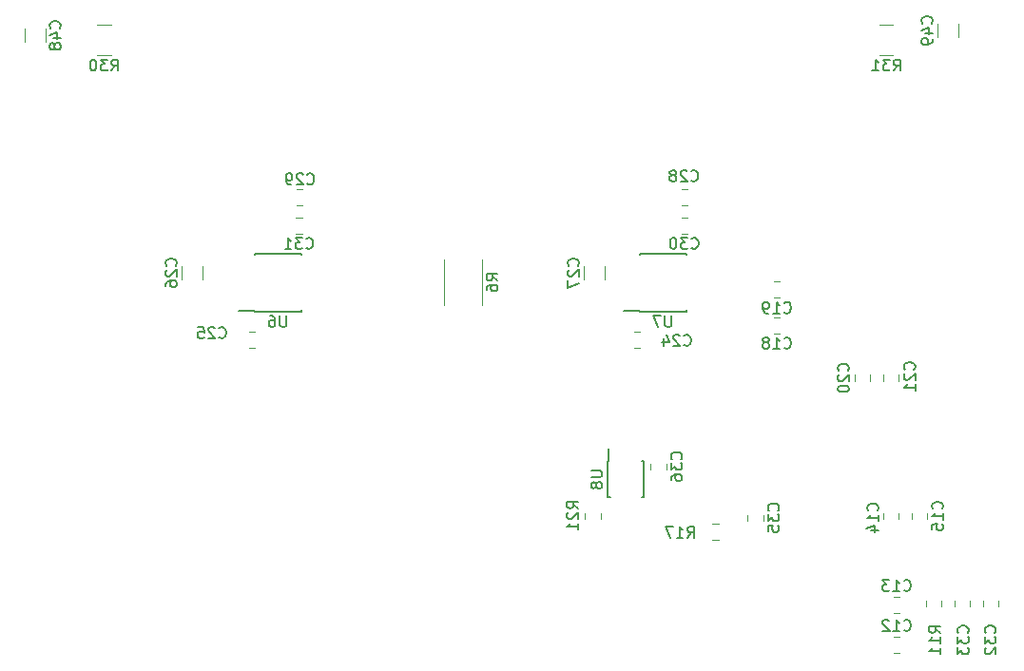
<source format=gbr>
G04 #@! TF.GenerationSoftware,KiCad,Pcbnew,5.0.2+dfsg1-1*
G04 #@! TF.CreationDate,2019-07-14T15:39:51+02:00*
G04 #@! TF.ProjectId,classD,636c6173-7344-42e6-9b69-6361645f7063,1.0*
G04 #@! TF.SameCoordinates,Original*
G04 #@! TF.FileFunction,Legend,Bot*
G04 #@! TF.FilePolarity,Positive*
%FSLAX46Y46*%
G04 Gerber Fmt 4.6, Leading zero omitted, Abs format (unit mm)*
G04 Created by KiCad (PCBNEW 5.0.2+dfsg1-1) date So 14 Jul 2019 15:39:51 CEST*
%MOMM*%
%LPD*%
G01*
G04 APERTURE LIST*
%ADD10C,0.120000*%
%ADD11C,0.150000*%
G04 APERTURE END LIST*
D10*
G04 #@! TO.C,C12*
X216669252Y-101548000D02*
X216146748Y-101548000D01*
X216669252Y-100128000D02*
X216146748Y-100128000D01*
G04 #@! TO.C,C13*
X216660252Y-96572000D02*
X216137748Y-96572000D01*
X216660252Y-97992000D02*
X216137748Y-97992000D01*
G04 #@! TO.C,C14*
X215190000Y-89669252D02*
X215190000Y-89146748D01*
X216610000Y-89669252D02*
X216610000Y-89146748D01*
G04 #@! TO.C,C15*
X219150000Y-89660252D02*
X219150000Y-89137748D01*
X217730000Y-89660252D02*
X217730000Y-89137748D01*
G04 #@! TO.C,C18*
X205478748Y-71680000D02*
X206001252Y-71680000D01*
X205478748Y-73100000D02*
X206001252Y-73100000D01*
G04 #@! TO.C,C19*
X205478748Y-69925000D02*
X206001252Y-69925000D01*
X205478748Y-68505000D02*
X206001252Y-68505000D01*
G04 #@! TO.C,C20*
X214070000Y-76818748D02*
X214070000Y-77341252D01*
X212650000Y-76818748D02*
X212650000Y-77341252D01*
G04 #@! TO.C,C21*
X216610000Y-76818748D02*
X216610000Y-77341252D01*
X215190000Y-76818748D02*
X215190000Y-77341252D01*
G04 #@! TO.C,C24*
X193023748Y-72950000D02*
X193546252Y-72950000D01*
X193023748Y-74370000D02*
X193546252Y-74370000D01*
G04 #@! TO.C,C25*
X158733748Y-74370000D02*
X159256252Y-74370000D01*
X158733748Y-72950000D02*
X159256252Y-72950000D01*
G04 #@! TO.C,C26*
X154580000Y-67125436D02*
X154580000Y-68329564D01*
X152760000Y-67125436D02*
X152760000Y-68329564D01*
G04 #@! TO.C,C27*
X188574000Y-67125436D02*
X188574000Y-68329564D01*
X190394000Y-67125436D02*
X190394000Y-68329564D01*
G04 #@! TO.C,C28*
X197223748Y-61670000D02*
X197746252Y-61670000D01*
X197223748Y-60250000D02*
X197746252Y-60250000D01*
G04 #@! TO.C,C29*
X162933748Y-60250000D02*
X163456252Y-60250000D01*
X162933748Y-61670000D02*
X163456252Y-61670000D01*
G04 #@! TO.C,C30*
X197223748Y-62790000D02*
X197746252Y-62790000D01*
X197223748Y-64210000D02*
X197746252Y-64210000D01*
G04 #@! TO.C,C31*
X162924748Y-64210000D02*
X163447252Y-64210000D01*
X162924748Y-62790000D02*
X163447252Y-62790000D01*
G04 #@! TO.C,C32*
X224080000Y-96893748D02*
X224080000Y-97416252D01*
X225500000Y-96893748D02*
X225500000Y-97416252D01*
G04 #@! TO.C,C33*
X221540000Y-97416252D02*
X221540000Y-96893748D01*
X222960000Y-97416252D02*
X222960000Y-96893748D01*
G04 #@! TO.C,C35*
X204545000Y-89796252D02*
X204545000Y-89273748D01*
X203125000Y-89796252D02*
X203125000Y-89273748D01*
G04 #@! TO.C,C36*
X195909000Y-85233252D02*
X195909000Y-84710748D01*
X194489000Y-85233252D02*
X194489000Y-84710748D01*
G04 #@! TO.C,C48*
X138790000Y-47174564D02*
X138790000Y-45970436D01*
X140610000Y-47174564D02*
X140610000Y-45970436D01*
G04 #@! TO.C,C49*
X220070000Y-45535436D02*
X220070000Y-46739564D01*
X221890000Y-45535436D02*
X221890000Y-46739564D01*
G04 #@! TO.C,R6*
X179510000Y-70632064D02*
X179510000Y-66527936D01*
X176090000Y-70632064D02*
X176090000Y-66527936D01*
G04 #@! TO.C,R11*
X219000000Y-97416252D02*
X219000000Y-96893748D01*
X220420000Y-97416252D02*
X220420000Y-96893748D01*
G04 #@! TO.C,R17*
X200008748Y-90095000D02*
X200531252Y-90095000D01*
X200008748Y-91515000D02*
X200531252Y-91515000D01*
G04 #@! TO.C,R21*
X188647000Y-89669252D02*
X188647000Y-89146748D01*
X190067000Y-89669252D02*
X190067000Y-89146748D01*
G04 #@! TO.C,R30*
X145230436Y-48350000D02*
X146434564Y-48350000D01*
X145230436Y-45630000D02*
X146434564Y-45630000D01*
G04 #@! TO.C,R31*
X214880436Y-45630000D02*
X216084564Y-45630000D01*
X214880436Y-48350000D02*
X216084564Y-48350000D01*
D11*
G04 #@! TO.C,U6*
X159215000Y-71105000D02*
X157815000Y-71105000D01*
X159215000Y-66005000D02*
X163365000Y-66005000D01*
X159215000Y-71155000D02*
X163365000Y-71155000D01*
X159215000Y-66005000D02*
X159215000Y-66150000D01*
X163365000Y-66005000D02*
X163365000Y-66150000D01*
X163365000Y-71155000D02*
X163365000Y-71010000D01*
X159215000Y-71155000D02*
X159215000Y-71105000D01*
G04 #@! TO.C,U7*
X193505000Y-71155000D02*
X193505000Y-71105000D01*
X197655000Y-71155000D02*
X197655000Y-71010000D01*
X197655000Y-66005000D02*
X197655000Y-66150000D01*
X193505000Y-66005000D02*
X193505000Y-66150000D01*
X193505000Y-71155000D02*
X197655000Y-71155000D01*
X193505000Y-66005000D02*
X197655000Y-66005000D01*
X193505000Y-71105000D02*
X192105000Y-71105000D01*
G04 #@! TO.C,U8*
X190653000Y-84481000D02*
X190778000Y-84481000D01*
X190653000Y-87731000D02*
X190878000Y-87731000D01*
X193903000Y-87731000D02*
X193678000Y-87731000D01*
X193903000Y-84481000D02*
X193678000Y-84481000D01*
X190653000Y-84481000D02*
X190653000Y-87731000D01*
X193903000Y-84481000D02*
X193903000Y-87731000D01*
X190778000Y-84481000D02*
X190778000Y-83406000D01*
G04 #@! TO.C,C12*
X217050857Y-99545142D02*
X217098476Y-99592761D01*
X217241333Y-99640380D01*
X217336571Y-99640380D01*
X217479428Y-99592761D01*
X217574666Y-99497523D01*
X217622285Y-99402285D01*
X217669904Y-99211809D01*
X217669904Y-99068952D01*
X217622285Y-98878476D01*
X217574666Y-98783238D01*
X217479428Y-98688000D01*
X217336571Y-98640380D01*
X217241333Y-98640380D01*
X217098476Y-98688000D01*
X217050857Y-98735619D01*
X216098476Y-99640380D02*
X216669904Y-99640380D01*
X216384190Y-99640380D02*
X216384190Y-98640380D01*
X216479428Y-98783238D01*
X216574666Y-98878476D01*
X216669904Y-98926095D01*
X215717523Y-98735619D02*
X215669904Y-98688000D01*
X215574666Y-98640380D01*
X215336571Y-98640380D01*
X215241333Y-98688000D01*
X215193714Y-98735619D01*
X215146095Y-98830857D01*
X215146095Y-98926095D01*
X215193714Y-99068952D01*
X215765142Y-99640380D01*
X215146095Y-99640380D01*
G04 #@! TO.C,C13*
X217041857Y-95989142D02*
X217089476Y-96036761D01*
X217232333Y-96084380D01*
X217327571Y-96084380D01*
X217470428Y-96036761D01*
X217565666Y-95941523D01*
X217613285Y-95846285D01*
X217660904Y-95655809D01*
X217660904Y-95512952D01*
X217613285Y-95322476D01*
X217565666Y-95227238D01*
X217470428Y-95132000D01*
X217327571Y-95084380D01*
X217232333Y-95084380D01*
X217089476Y-95132000D01*
X217041857Y-95179619D01*
X216089476Y-96084380D02*
X216660904Y-96084380D01*
X216375190Y-96084380D02*
X216375190Y-95084380D01*
X216470428Y-95227238D01*
X216565666Y-95322476D01*
X216660904Y-95370095D01*
X215756142Y-95084380D02*
X215137095Y-95084380D01*
X215470428Y-95465333D01*
X215327571Y-95465333D01*
X215232333Y-95512952D01*
X215184714Y-95560571D01*
X215137095Y-95655809D01*
X215137095Y-95893904D01*
X215184714Y-95989142D01*
X215232333Y-96036761D01*
X215327571Y-96084380D01*
X215613285Y-96084380D01*
X215708523Y-96036761D01*
X215756142Y-95989142D01*
G04 #@! TO.C,C14*
X214682342Y-88892142D02*
X214729961Y-88844523D01*
X214777580Y-88701666D01*
X214777580Y-88606428D01*
X214729961Y-88463571D01*
X214634723Y-88368333D01*
X214539485Y-88320714D01*
X214349009Y-88273095D01*
X214206152Y-88273095D01*
X214015676Y-88320714D01*
X213920438Y-88368333D01*
X213825200Y-88463571D01*
X213777580Y-88606428D01*
X213777580Y-88701666D01*
X213825200Y-88844523D01*
X213872819Y-88892142D01*
X214777580Y-89844523D02*
X214777580Y-89273095D01*
X214777580Y-89558809D02*
X213777580Y-89558809D01*
X213920438Y-89463571D01*
X214015676Y-89368333D01*
X214063295Y-89273095D01*
X214110914Y-90701666D02*
X214777580Y-90701666D01*
X213729961Y-90463571D02*
X214444247Y-90225476D01*
X214444247Y-90844523D01*
G04 #@! TO.C,C15*
X220447142Y-88756142D02*
X220494761Y-88708523D01*
X220542380Y-88565666D01*
X220542380Y-88470428D01*
X220494761Y-88327571D01*
X220399523Y-88232333D01*
X220304285Y-88184714D01*
X220113809Y-88137095D01*
X219970952Y-88137095D01*
X219780476Y-88184714D01*
X219685238Y-88232333D01*
X219590000Y-88327571D01*
X219542380Y-88470428D01*
X219542380Y-88565666D01*
X219590000Y-88708523D01*
X219637619Y-88756142D01*
X220542380Y-89708523D02*
X220542380Y-89137095D01*
X220542380Y-89422809D02*
X219542380Y-89422809D01*
X219685238Y-89327571D01*
X219780476Y-89232333D01*
X219828095Y-89137095D01*
X219542380Y-90613285D02*
X219542380Y-90137095D01*
X220018571Y-90089476D01*
X219970952Y-90137095D01*
X219923333Y-90232333D01*
X219923333Y-90470428D01*
X219970952Y-90565666D01*
X220018571Y-90613285D01*
X220113809Y-90660904D01*
X220351904Y-90660904D01*
X220447142Y-90613285D01*
X220494761Y-90565666D01*
X220542380Y-90470428D01*
X220542380Y-90232333D01*
X220494761Y-90137095D01*
X220447142Y-90089476D01*
G04 #@! TO.C,C18*
X206382857Y-74397142D02*
X206430476Y-74444761D01*
X206573333Y-74492380D01*
X206668571Y-74492380D01*
X206811428Y-74444761D01*
X206906666Y-74349523D01*
X206954285Y-74254285D01*
X207001904Y-74063809D01*
X207001904Y-73920952D01*
X206954285Y-73730476D01*
X206906666Y-73635238D01*
X206811428Y-73540000D01*
X206668571Y-73492380D01*
X206573333Y-73492380D01*
X206430476Y-73540000D01*
X206382857Y-73587619D01*
X205430476Y-74492380D02*
X206001904Y-74492380D01*
X205716190Y-74492380D02*
X205716190Y-73492380D01*
X205811428Y-73635238D01*
X205906666Y-73730476D01*
X206001904Y-73778095D01*
X204859047Y-73920952D02*
X204954285Y-73873333D01*
X205001904Y-73825714D01*
X205049523Y-73730476D01*
X205049523Y-73682857D01*
X205001904Y-73587619D01*
X204954285Y-73540000D01*
X204859047Y-73492380D01*
X204668571Y-73492380D01*
X204573333Y-73540000D01*
X204525714Y-73587619D01*
X204478095Y-73682857D01*
X204478095Y-73730476D01*
X204525714Y-73825714D01*
X204573333Y-73873333D01*
X204668571Y-73920952D01*
X204859047Y-73920952D01*
X204954285Y-73968571D01*
X205001904Y-74016190D01*
X205049523Y-74111428D01*
X205049523Y-74301904D01*
X205001904Y-74397142D01*
X204954285Y-74444761D01*
X204859047Y-74492380D01*
X204668571Y-74492380D01*
X204573333Y-74444761D01*
X204525714Y-74397142D01*
X204478095Y-74301904D01*
X204478095Y-74111428D01*
X204525714Y-74016190D01*
X204573333Y-73968571D01*
X204668571Y-73920952D01*
G04 #@! TO.C,C19*
X206382857Y-71222142D02*
X206430476Y-71269761D01*
X206573333Y-71317380D01*
X206668571Y-71317380D01*
X206811428Y-71269761D01*
X206906666Y-71174523D01*
X206954285Y-71079285D01*
X207001904Y-70888809D01*
X207001904Y-70745952D01*
X206954285Y-70555476D01*
X206906666Y-70460238D01*
X206811428Y-70365000D01*
X206668571Y-70317380D01*
X206573333Y-70317380D01*
X206430476Y-70365000D01*
X206382857Y-70412619D01*
X205430476Y-71317380D02*
X206001904Y-71317380D01*
X205716190Y-71317380D02*
X205716190Y-70317380D01*
X205811428Y-70460238D01*
X205906666Y-70555476D01*
X206001904Y-70603095D01*
X204954285Y-71317380D02*
X204763809Y-71317380D01*
X204668571Y-71269761D01*
X204620952Y-71222142D01*
X204525714Y-71079285D01*
X204478095Y-70888809D01*
X204478095Y-70507857D01*
X204525714Y-70412619D01*
X204573333Y-70365000D01*
X204668571Y-70317380D01*
X204859047Y-70317380D01*
X204954285Y-70365000D01*
X205001904Y-70412619D01*
X205049523Y-70507857D01*
X205049523Y-70745952D01*
X205001904Y-70841190D01*
X204954285Y-70888809D01*
X204859047Y-70936428D01*
X204668571Y-70936428D01*
X204573333Y-70888809D01*
X204525714Y-70841190D01*
X204478095Y-70745952D01*
G04 #@! TO.C,C20*
X212067142Y-76437142D02*
X212114761Y-76389523D01*
X212162380Y-76246666D01*
X212162380Y-76151428D01*
X212114761Y-76008571D01*
X212019523Y-75913333D01*
X211924285Y-75865714D01*
X211733809Y-75818095D01*
X211590952Y-75818095D01*
X211400476Y-75865714D01*
X211305238Y-75913333D01*
X211210000Y-76008571D01*
X211162380Y-76151428D01*
X211162380Y-76246666D01*
X211210000Y-76389523D01*
X211257619Y-76437142D01*
X211257619Y-76818095D02*
X211210000Y-76865714D01*
X211162380Y-76960952D01*
X211162380Y-77199047D01*
X211210000Y-77294285D01*
X211257619Y-77341904D01*
X211352857Y-77389523D01*
X211448095Y-77389523D01*
X211590952Y-77341904D01*
X212162380Y-76770476D01*
X212162380Y-77389523D01*
X211162380Y-78008571D02*
X211162380Y-78103809D01*
X211210000Y-78199047D01*
X211257619Y-78246666D01*
X211352857Y-78294285D01*
X211543333Y-78341904D01*
X211781428Y-78341904D01*
X211971904Y-78294285D01*
X212067142Y-78246666D01*
X212114761Y-78199047D01*
X212162380Y-78103809D01*
X212162380Y-78008571D01*
X212114761Y-77913333D01*
X212067142Y-77865714D01*
X211971904Y-77818095D01*
X211781428Y-77770476D01*
X211543333Y-77770476D01*
X211352857Y-77818095D01*
X211257619Y-77865714D01*
X211210000Y-77913333D01*
X211162380Y-78008571D01*
G04 #@! TO.C,C21*
X217958942Y-76319142D02*
X218006561Y-76271523D01*
X218054180Y-76128666D01*
X218054180Y-76033428D01*
X218006561Y-75890571D01*
X217911323Y-75795333D01*
X217816085Y-75747714D01*
X217625609Y-75700095D01*
X217482752Y-75700095D01*
X217292276Y-75747714D01*
X217197038Y-75795333D01*
X217101800Y-75890571D01*
X217054180Y-76033428D01*
X217054180Y-76128666D01*
X217101800Y-76271523D01*
X217149419Y-76319142D01*
X217149419Y-76700095D02*
X217101800Y-76747714D01*
X217054180Y-76842952D01*
X217054180Y-77081047D01*
X217101800Y-77176285D01*
X217149419Y-77223904D01*
X217244657Y-77271523D01*
X217339895Y-77271523D01*
X217482752Y-77223904D01*
X218054180Y-76652476D01*
X218054180Y-77271523D01*
X218054180Y-78223904D02*
X218054180Y-77652476D01*
X218054180Y-77938190D02*
X217054180Y-77938190D01*
X217197038Y-77842952D01*
X217292276Y-77747714D01*
X217339895Y-77652476D01*
G04 #@! TO.C,C24*
X197467457Y-74144142D02*
X197515076Y-74191761D01*
X197657933Y-74239380D01*
X197753171Y-74239380D01*
X197896028Y-74191761D01*
X197991266Y-74096523D01*
X198038885Y-74001285D01*
X198086504Y-73810809D01*
X198086504Y-73667952D01*
X198038885Y-73477476D01*
X197991266Y-73382238D01*
X197896028Y-73287000D01*
X197753171Y-73239380D01*
X197657933Y-73239380D01*
X197515076Y-73287000D01*
X197467457Y-73334619D01*
X197086504Y-73334619D02*
X197038885Y-73287000D01*
X196943647Y-73239380D01*
X196705552Y-73239380D01*
X196610314Y-73287000D01*
X196562695Y-73334619D01*
X196515076Y-73429857D01*
X196515076Y-73525095D01*
X196562695Y-73667952D01*
X197134123Y-74239380D01*
X196515076Y-74239380D01*
X195657933Y-73572714D02*
X195657933Y-74239380D01*
X195896028Y-73191761D02*
X196134123Y-73906047D01*
X195515076Y-73906047D01*
G04 #@! TO.C,C25*
X156065457Y-73458342D02*
X156113076Y-73505961D01*
X156255933Y-73553580D01*
X156351171Y-73553580D01*
X156494028Y-73505961D01*
X156589266Y-73410723D01*
X156636885Y-73315485D01*
X156684504Y-73125009D01*
X156684504Y-72982152D01*
X156636885Y-72791676D01*
X156589266Y-72696438D01*
X156494028Y-72601200D01*
X156351171Y-72553580D01*
X156255933Y-72553580D01*
X156113076Y-72601200D01*
X156065457Y-72648819D01*
X155684504Y-72648819D02*
X155636885Y-72601200D01*
X155541647Y-72553580D01*
X155303552Y-72553580D01*
X155208314Y-72601200D01*
X155160695Y-72648819D01*
X155113076Y-72744057D01*
X155113076Y-72839295D01*
X155160695Y-72982152D01*
X155732123Y-73553580D01*
X155113076Y-73553580D01*
X154208314Y-72553580D02*
X154684504Y-72553580D01*
X154732123Y-73029771D01*
X154684504Y-72982152D01*
X154589266Y-72934533D01*
X154351171Y-72934533D01*
X154255933Y-72982152D01*
X154208314Y-73029771D01*
X154160695Y-73125009D01*
X154160695Y-73363104D01*
X154208314Y-73458342D01*
X154255933Y-73505961D01*
X154351171Y-73553580D01*
X154589266Y-73553580D01*
X154684504Y-73505961D01*
X154732123Y-73458342D01*
G04 #@! TO.C,C26*
X152207142Y-67084642D02*
X152254761Y-67037023D01*
X152302380Y-66894166D01*
X152302380Y-66798928D01*
X152254761Y-66656071D01*
X152159523Y-66560833D01*
X152064285Y-66513214D01*
X151873809Y-66465595D01*
X151730952Y-66465595D01*
X151540476Y-66513214D01*
X151445238Y-66560833D01*
X151350000Y-66656071D01*
X151302380Y-66798928D01*
X151302380Y-66894166D01*
X151350000Y-67037023D01*
X151397619Y-67084642D01*
X151397619Y-67465595D02*
X151350000Y-67513214D01*
X151302380Y-67608452D01*
X151302380Y-67846547D01*
X151350000Y-67941785D01*
X151397619Y-67989404D01*
X151492857Y-68037023D01*
X151588095Y-68037023D01*
X151730952Y-67989404D01*
X152302380Y-67417976D01*
X152302380Y-68037023D01*
X151302380Y-68894166D02*
X151302380Y-68703690D01*
X151350000Y-68608452D01*
X151397619Y-68560833D01*
X151540476Y-68465595D01*
X151730952Y-68417976D01*
X152111904Y-68417976D01*
X152207142Y-68465595D01*
X152254761Y-68513214D01*
X152302380Y-68608452D01*
X152302380Y-68798928D01*
X152254761Y-68894166D01*
X152207142Y-68941785D01*
X152111904Y-68989404D01*
X151873809Y-68989404D01*
X151778571Y-68941785D01*
X151730952Y-68894166D01*
X151683333Y-68798928D01*
X151683333Y-68608452D01*
X151730952Y-68513214D01*
X151778571Y-68465595D01*
X151873809Y-68417976D01*
G04 #@! TO.C,C27*
X188021142Y-67084642D02*
X188068761Y-67037023D01*
X188116380Y-66894166D01*
X188116380Y-66798928D01*
X188068761Y-66656071D01*
X187973523Y-66560833D01*
X187878285Y-66513214D01*
X187687809Y-66465595D01*
X187544952Y-66465595D01*
X187354476Y-66513214D01*
X187259238Y-66560833D01*
X187164000Y-66656071D01*
X187116380Y-66798928D01*
X187116380Y-66894166D01*
X187164000Y-67037023D01*
X187211619Y-67084642D01*
X187211619Y-67465595D02*
X187164000Y-67513214D01*
X187116380Y-67608452D01*
X187116380Y-67846547D01*
X187164000Y-67941785D01*
X187211619Y-67989404D01*
X187306857Y-68037023D01*
X187402095Y-68037023D01*
X187544952Y-67989404D01*
X188116380Y-67417976D01*
X188116380Y-68037023D01*
X187116380Y-68370357D02*
X187116380Y-69037023D01*
X188116380Y-68608452D01*
G04 #@! TO.C,C28*
X198102457Y-59488342D02*
X198150076Y-59535961D01*
X198292933Y-59583580D01*
X198388171Y-59583580D01*
X198531028Y-59535961D01*
X198626266Y-59440723D01*
X198673885Y-59345485D01*
X198721504Y-59155009D01*
X198721504Y-59012152D01*
X198673885Y-58821676D01*
X198626266Y-58726438D01*
X198531028Y-58631200D01*
X198388171Y-58583580D01*
X198292933Y-58583580D01*
X198150076Y-58631200D01*
X198102457Y-58678819D01*
X197721504Y-58678819D02*
X197673885Y-58631200D01*
X197578647Y-58583580D01*
X197340552Y-58583580D01*
X197245314Y-58631200D01*
X197197695Y-58678819D01*
X197150076Y-58774057D01*
X197150076Y-58869295D01*
X197197695Y-59012152D01*
X197769123Y-59583580D01*
X197150076Y-59583580D01*
X196578647Y-59012152D02*
X196673885Y-58964533D01*
X196721504Y-58916914D01*
X196769123Y-58821676D01*
X196769123Y-58774057D01*
X196721504Y-58678819D01*
X196673885Y-58631200D01*
X196578647Y-58583580D01*
X196388171Y-58583580D01*
X196292933Y-58631200D01*
X196245314Y-58678819D01*
X196197695Y-58774057D01*
X196197695Y-58821676D01*
X196245314Y-58916914D01*
X196292933Y-58964533D01*
X196388171Y-59012152D01*
X196578647Y-59012152D01*
X196673885Y-59059771D01*
X196721504Y-59107390D01*
X196769123Y-59202628D01*
X196769123Y-59393104D01*
X196721504Y-59488342D01*
X196673885Y-59535961D01*
X196578647Y-59583580D01*
X196388171Y-59583580D01*
X196292933Y-59535961D01*
X196245314Y-59488342D01*
X196197695Y-59393104D01*
X196197695Y-59202628D01*
X196245314Y-59107390D01*
X196292933Y-59059771D01*
X196388171Y-59012152D01*
G04 #@! TO.C,C29*
X163914057Y-59767742D02*
X163961676Y-59815361D01*
X164104533Y-59862980D01*
X164199771Y-59862980D01*
X164342628Y-59815361D01*
X164437866Y-59720123D01*
X164485485Y-59624885D01*
X164533104Y-59434409D01*
X164533104Y-59291552D01*
X164485485Y-59101076D01*
X164437866Y-59005838D01*
X164342628Y-58910600D01*
X164199771Y-58862980D01*
X164104533Y-58862980D01*
X163961676Y-58910600D01*
X163914057Y-58958219D01*
X163533104Y-58958219D02*
X163485485Y-58910600D01*
X163390247Y-58862980D01*
X163152152Y-58862980D01*
X163056914Y-58910600D01*
X163009295Y-58958219D01*
X162961676Y-59053457D01*
X162961676Y-59148695D01*
X163009295Y-59291552D01*
X163580723Y-59862980D01*
X162961676Y-59862980D01*
X162485485Y-59862980D02*
X162295009Y-59862980D01*
X162199771Y-59815361D01*
X162152152Y-59767742D01*
X162056914Y-59624885D01*
X162009295Y-59434409D01*
X162009295Y-59053457D01*
X162056914Y-58958219D01*
X162104533Y-58910600D01*
X162199771Y-58862980D01*
X162390247Y-58862980D01*
X162485485Y-58910600D01*
X162533104Y-58958219D01*
X162580723Y-59053457D01*
X162580723Y-59291552D01*
X162533104Y-59386790D01*
X162485485Y-59434409D01*
X162390247Y-59482028D01*
X162199771Y-59482028D01*
X162104533Y-59434409D01*
X162056914Y-59386790D01*
X162009295Y-59291552D01*
G04 #@! TO.C,C30*
X198127857Y-65507142D02*
X198175476Y-65554761D01*
X198318333Y-65602380D01*
X198413571Y-65602380D01*
X198556428Y-65554761D01*
X198651666Y-65459523D01*
X198699285Y-65364285D01*
X198746904Y-65173809D01*
X198746904Y-65030952D01*
X198699285Y-64840476D01*
X198651666Y-64745238D01*
X198556428Y-64650000D01*
X198413571Y-64602380D01*
X198318333Y-64602380D01*
X198175476Y-64650000D01*
X198127857Y-64697619D01*
X197794523Y-64602380D02*
X197175476Y-64602380D01*
X197508809Y-64983333D01*
X197365952Y-64983333D01*
X197270714Y-65030952D01*
X197223095Y-65078571D01*
X197175476Y-65173809D01*
X197175476Y-65411904D01*
X197223095Y-65507142D01*
X197270714Y-65554761D01*
X197365952Y-65602380D01*
X197651666Y-65602380D01*
X197746904Y-65554761D01*
X197794523Y-65507142D01*
X196556428Y-64602380D02*
X196461190Y-64602380D01*
X196365952Y-64650000D01*
X196318333Y-64697619D01*
X196270714Y-64792857D01*
X196223095Y-64983333D01*
X196223095Y-65221428D01*
X196270714Y-65411904D01*
X196318333Y-65507142D01*
X196365952Y-65554761D01*
X196461190Y-65602380D01*
X196556428Y-65602380D01*
X196651666Y-65554761D01*
X196699285Y-65507142D01*
X196746904Y-65411904D01*
X196794523Y-65221428D01*
X196794523Y-64983333D01*
X196746904Y-64792857D01*
X196699285Y-64697619D01*
X196651666Y-64650000D01*
X196556428Y-64602380D01*
G04 #@! TO.C,C31*
X163828857Y-65507142D02*
X163876476Y-65554761D01*
X164019333Y-65602380D01*
X164114571Y-65602380D01*
X164257428Y-65554761D01*
X164352666Y-65459523D01*
X164400285Y-65364285D01*
X164447904Y-65173809D01*
X164447904Y-65030952D01*
X164400285Y-64840476D01*
X164352666Y-64745238D01*
X164257428Y-64650000D01*
X164114571Y-64602380D01*
X164019333Y-64602380D01*
X163876476Y-64650000D01*
X163828857Y-64697619D01*
X163495523Y-64602380D02*
X162876476Y-64602380D01*
X163209809Y-64983333D01*
X163066952Y-64983333D01*
X162971714Y-65030952D01*
X162924095Y-65078571D01*
X162876476Y-65173809D01*
X162876476Y-65411904D01*
X162924095Y-65507142D01*
X162971714Y-65554761D01*
X163066952Y-65602380D01*
X163352666Y-65602380D01*
X163447904Y-65554761D01*
X163495523Y-65507142D01*
X161924095Y-65602380D02*
X162495523Y-65602380D01*
X162209809Y-65602380D02*
X162209809Y-64602380D01*
X162305047Y-64745238D01*
X162400285Y-64840476D01*
X162495523Y-64888095D01*
G04 #@! TO.C,C32*
X225147142Y-99788742D02*
X225194761Y-99741123D01*
X225242380Y-99598266D01*
X225242380Y-99503028D01*
X225194761Y-99360171D01*
X225099523Y-99264933D01*
X225004285Y-99217314D01*
X224813809Y-99169695D01*
X224670952Y-99169695D01*
X224480476Y-99217314D01*
X224385238Y-99264933D01*
X224290000Y-99360171D01*
X224242380Y-99503028D01*
X224242380Y-99598266D01*
X224290000Y-99741123D01*
X224337619Y-99788742D01*
X224242380Y-100122076D02*
X224242380Y-100741123D01*
X224623333Y-100407790D01*
X224623333Y-100550647D01*
X224670952Y-100645885D01*
X224718571Y-100693504D01*
X224813809Y-100741123D01*
X225051904Y-100741123D01*
X225147142Y-100693504D01*
X225194761Y-100645885D01*
X225242380Y-100550647D01*
X225242380Y-100264933D01*
X225194761Y-100169695D01*
X225147142Y-100122076D01*
X224337619Y-101122076D02*
X224290000Y-101169695D01*
X224242380Y-101264933D01*
X224242380Y-101503028D01*
X224290000Y-101598266D01*
X224337619Y-101645885D01*
X224432857Y-101693504D01*
X224528095Y-101693504D01*
X224670952Y-101645885D01*
X225242380Y-101074457D01*
X225242380Y-101693504D01*
G04 #@! TO.C,C33*
X222708742Y-99788742D02*
X222756361Y-99741123D01*
X222803980Y-99598266D01*
X222803980Y-99503028D01*
X222756361Y-99360171D01*
X222661123Y-99264933D01*
X222565885Y-99217314D01*
X222375409Y-99169695D01*
X222232552Y-99169695D01*
X222042076Y-99217314D01*
X221946838Y-99264933D01*
X221851600Y-99360171D01*
X221803980Y-99503028D01*
X221803980Y-99598266D01*
X221851600Y-99741123D01*
X221899219Y-99788742D01*
X221803980Y-100122076D02*
X221803980Y-100741123D01*
X222184933Y-100407790D01*
X222184933Y-100550647D01*
X222232552Y-100645885D01*
X222280171Y-100693504D01*
X222375409Y-100741123D01*
X222613504Y-100741123D01*
X222708742Y-100693504D01*
X222756361Y-100645885D01*
X222803980Y-100550647D01*
X222803980Y-100264933D01*
X222756361Y-100169695D01*
X222708742Y-100122076D01*
X221803980Y-101074457D02*
X221803980Y-101693504D01*
X222184933Y-101360171D01*
X222184933Y-101503028D01*
X222232552Y-101598266D01*
X222280171Y-101645885D01*
X222375409Y-101693504D01*
X222613504Y-101693504D01*
X222708742Y-101645885D01*
X222756361Y-101598266D01*
X222803980Y-101503028D01*
X222803980Y-101217314D01*
X222756361Y-101122076D01*
X222708742Y-101074457D01*
G04 #@! TO.C,C35*
X205842142Y-88892142D02*
X205889761Y-88844523D01*
X205937380Y-88701666D01*
X205937380Y-88606428D01*
X205889761Y-88463571D01*
X205794523Y-88368333D01*
X205699285Y-88320714D01*
X205508809Y-88273095D01*
X205365952Y-88273095D01*
X205175476Y-88320714D01*
X205080238Y-88368333D01*
X204985000Y-88463571D01*
X204937380Y-88606428D01*
X204937380Y-88701666D01*
X204985000Y-88844523D01*
X205032619Y-88892142D01*
X204937380Y-89225476D02*
X204937380Y-89844523D01*
X205318333Y-89511190D01*
X205318333Y-89654047D01*
X205365952Y-89749285D01*
X205413571Y-89796904D01*
X205508809Y-89844523D01*
X205746904Y-89844523D01*
X205842142Y-89796904D01*
X205889761Y-89749285D01*
X205937380Y-89654047D01*
X205937380Y-89368333D01*
X205889761Y-89273095D01*
X205842142Y-89225476D01*
X204937380Y-90749285D02*
X204937380Y-90273095D01*
X205413571Y-90225476D01*
X205365952Y-90273095D01*
X205318333Y-90368333D01*
X205318333Y-90606428D01*
X205365952Y-90701666D01*
X205413571Y-90749285D01*
X205508809Y-90796904D01*
X205746904Y-90796904D01*
X205842142Y-90749285D01*
X205889761Y-90701666D01*
X205937380Y-90606428D01*
X205937380Y-90368333D01*
X205889761Y-90273095D01*
X205842142Y-90225476D01*
G04 #@! TO.C,C36*
X197206142Y-84329142D02*
X197253761Y-84281523D01*
X197301380Y-84138666D01*
X197301380Y-84043428D01*
X197253761Y-83900571D01*
X197158523Y-83805333D01*
X197063285Y-83757714D01*
X196872809Y-83710095D01*
X196729952Y-83710095D01*
X196539476Y-83757714D01*
X196444238Y-83805333D01*
X196349000Y-83900571D01*
X196301380Y-84043428D01*
X196301380Y-84138666D01*
X196349000Y-84281523D01*
X196396619Y-84329142D01*
X196301380Y-84662476D02*
X196301380Y-85281523D01*
X196682333Y-84948190D01*
X196682333Y-85091047D01*
X196729952Y-85186285D01*
X196777571Y-85233904D01*
X196872809Y-85281523D01*
X197110904Y-85281523D01*
X197206142Y-85233904D01*
X197253761Y-85186285D01*
X197301380Y-85091047D01*
X197301380Y-84805333D01*
X197253761Y-84710095D01*
X197206142Y-84662476D01*
X196301380Y-86138666D02*
X196301380Y-85948190D01*
X196349000Y-85852952D01*
X196396619Y-85805333D01*
X196539476Y-85710095D01*
X196729952Y-85662476D01*
X197110904Y-85662476D01*
X197206142Y-85710095D01*
X197253761Y-85757714D01*
X197301380Y-85852952D01*
X197301380Y-86043428D01*
X197253761Y-86138666D01*
X197206142Y-86186285D01*
X197110904Y-86233904D01*
X196872809Y-86233904D01*
X196777571Y-86186285D01*
X196729952Y-86138666D01*
X196682333Y-86043428D01*
X196682333Y-85852952D01*
X196729952Y-85757714D01*
X196777571Y-85710095D01*
X196872809Y-85662476D01*
G04 #@! TO.C,C48*
X141877142Y-45929642D02*
X141924761Y-45882023D01*
X141972380Y-45739166D01*
X141972380Y-45643928D01*
X141924761Y-45501071D01*
X141829523Y-45405833D01*
X141734285Y-45358214D01*
X141543809Y-45310595D01*
X141400952Y-45310595D01*
X141210476Y-45358214D01*
X141115238Y-45405833D01*
X141020000Y-45501071D01*
X140972380Y-45643928D01*
X140972380Y-45739166D01*
X141020000Y-45882023D01*
X141067619Y-45929642D01*
X141305714Y-46786785D02*
X141972380Y-46786785D01*
X140924761Y-46548690D02*
X141639047Y-46310595D01*
X141639047Y-46929642D01*
X141400952Y-47453452D02*
X141353333Y-47358214D01*
X141305714Y-47310595D01*
X141210476Y-47262976D01*
X141162857Y-47262976D01*
X141067619Y-47310595D01*
X141020000Y-47358214D01*
X140972380Y-47453452D01*
X140972380Y-47643928D01*
X141020000Y-47739166D01*
X141067619Y-47786785D01*
X141162857Y-47834404D01*
X141210476Y-47834404D01*
X141305714Y-47786785D01*
X141353333Y-47739166D01*
X141400952Y-47643928D01*
X141400952Y-47453452D01*
X141448571Y-47358214D01*
X141496190Y-47310595D01*
X141591428Y-47262976D01*
X141781904Y-47262976D01*
X141877142Y-47310595D01*
X141924761Y-47358214D01*
X141972380Y-47453452D01*
X141972380Y-47643928D01*
X141924761Y-47739166D01*
X141877142Y-47786785D01*
X141781904Y-47834404D01*
X141591428Y-47834404D01*
X141496190Y-47786785D01*
X141448571Y-47739166D01*
X141400952Y-47643928D01*
G04 #@! TO.C,C49*
X219517142Y-45494642D02*
X219564761Y-45447023D01*
X219612380Y-45304166D01*
X219612380Y-45208928D01*
X219564761Y-45066071D01*
X219469523Y-44970833D01*
X219374285Y-44923214D01*
X219183809Y-44875595D01*
X219040952Y-44875595D01*
X218850476Y-44923214D01*
X218755238Y-44970833D01*
X218660000Y-45066071D01*
X218612380Y-45208928D01*
X218612380Y-45304166D01*
X218660000Y-45447023D01*
X218707619Y-45494642D01*
X218945714Y-46351785D02*
X219612380Y-46351785D01*
X218564761Y-46113690D02*
X219279047Y-45875595D01*
X219279047Y-46494642D01*
X219612380Y-46923214D02*
X219612380Y-47113690D01*
X219564761Y-47208928D01*
X219517142Y-47256547D01*
X219374285Y-47351785D01*
X219183809Y-47399404D01*
X218802857Y-47399404D01*
X218707619Y-47351785D01*
X218660000Y-47304166D01*
X218612380Y-47208928D01*
X218612380Y-47018452D01*
X218660000Y-46923214D01*
X218707619Y-46875595D01*
X218802857Y-46827976D01*
X219040952Y-46827976D01*
X219136190Y-46875595D01*
X219183809Y-46923214D01*
X219231428Y-47018452D01*
X219231428Y-47208928D01*
X219183809Y-47304166D01*
X219136190Y-47351785D01*
X219040952Y-47399404D01*
G04 #@! TO.C,R6*
X180872380Y-68413333D02*
X180396190Y-68080000D01*
X180872380Y-67841904D02*
X179872380Y-67841904D01*
X179872380Y-68222857D01*
X179920000Y-68318095D01*
X179967619Y-68365714D01*
X180062857Y-68413333D01*
X180205714Y-68413333D01*
X180300952Y-68365714D01*
X180348571Y-68318095D01*
X180396190Y-68222857D01*
X180396190Y-67841904D01*
X179872380Y-69270476D02*
X179872380Y-69080000D01*
X179920000Y-68984761D01*
X179967619Y-68937142D01*
X180110476Y-68841904D01*
X180300952Y-68794285D01*
X180681904Y-68794285D01*
X180777142Y-68841904D01*
X180824761Y-68889523D01*
X180872380Y-68984761D01*
X180872380Y-69175238D01*
X180824761Y-69270476D01*
X180777142Y-69318095D01*
X180681904Y-69365714D01*
X180443809Y-69365714D01*
X180348571Y-69318095D01*
X180300952Y-69270476D01*
X180253333Y-69175238D01*
X180253333Y-68984761D01*
X180300952Y-68889523D01*
X180348571Y-68841904D01*
X180443809Y-68794285D01*
G04 #@! TO.C,R11*
X220314780Y-99788742D02*
X219838590Y-99455409D01*
X220314780Y-99217314D02*
X219314780Y-99217314D01*
X219314780Y-99598266D01*
X219362400Y-99693504D01*
X219410019Y-99741123D01*
X219505257Y-99788742D01*
X219648114Y-99788742D01*
X219743352Y-99741123D01*
X219790971Y-99693504D01*
X219838590Y-99598266D01*
X219838590Y-99217314D01*
X220314780Y-100741123D02*
X220314780Y-100169695D01*
X220314780Y-100455409D02*
X219314780Y-100455409D01*
X219457638Y-100360171D01*
X219552876Y-100264933D01*
X219600495Y-100169695D01*
X220314780Y-101693504D02*
X220314780Y-101122076D01*
X220314780Y-101407790D02*
X219314780Y-101407790D01*
X219457638Y-101312552D01*
X219552876Y-101217314D01*
X219600495Y-101122076D01*
G04 #@! TO.C,R17*
X197772257Y-91333580D02*
X198105590Y-90857390D01*
X198343685Y-91333580D02*
X198343685Y-90333580D01*
X197962733Y-90333580D01*
X197867495Y-90381200D01*
X197819876Y-90428819D01*
X197772257Y-90524057D01*
X197772257Y-90666914D01*
X197819876Y-90762152D01*
X197867495Y-90809771D01*
X197962733Y-90857390D01*
X198343685Y-90857390D01*
X196819876Y-91333580D02*
X197391304Y-91333580D01*
X197105590Y-91333580D02*
X197105590Y-90333580D01*
X197200828Y-90476438D01*
X197296066Y-90571676D01*
X197391304Y-90619295D01*
X196486542Y-90333580D02*
X195819876Y-90333580D01*
X196248447Y-91333580D01*
G04 #@! TO.C,R21*
X188056780Y-88714342D02*
X187580590Y-88381009D01*
X188056780Y-88142914D02*
X187056780Y-88142914D01*
X187056780Y-88523866D01*
X187104400Y-88619104D01*
X187152019Y-88666723D01*
X187247257Y-88714342D01*
X187390114Y-88714342D01*
X187485352Y-88666723D01*
X187532971Y-88619104D01*
X187580590Y-88523866D01*
X187580590Y-88142914D01*
X187152019Y-89095295D02*
X187104400Y-89142914D01*
X187056780Y-89238152D01*
X187056780Y-89476247D01*
X187104400Y-89571485D01*
X187152019Y-89619104D01*
X187247257Y-89666723D01*
X187342495Y-89666723D01*
X187485352Y-89619104D01*
X188056780Y-89047676D01*
X188056780Y-89666723D01*
X188056780Y-90619104D02*
X188056780Y-90047676D01*
X188056780Y-90333390D02*
X187056780Y-90333390D01*
X187199638Y-90238152D01*
X187294876Y-90142914D01*
X187342495Y-90047676D01*
G04 #@! TO.C,R30*
X146475357Y-49722380D02*
X146808690Y-49246190D01*
X147046785Y-49722380D02*
X147046785Y-48722380D01*
X146665833Y-48722380D01*
X146570595Y-48770000D01*
X146522976Y-48817619D01*
X146475357Y-48912857D01*
X146475357Y-49055714D01*
X146522976Y-49150952D01*
X146570595Y-49198571D01*
X146665833Y-49246190D01*
X147046785Y-49246190D01*
X146142023Y-48722380D02*
X145522976Y-48722380D01*
X145856309Y-49103333D01*
X145713452Y-49103333D01*
X145618214Y-49150952D01*
X145570595Y-49198571D01*
X145522976Y-49293809D01*
X145522976Y-49531904D01*
X145570595Y-49627142D01*
X145618214Y-49674761D01*
X145713452Y-49722380D01*
X145999166Y-49722380D01*
X146094404Y-49674761D01*
X146142023Y-49627142D01*
X144903928Y-48722380D02*
X144808690Y-48722380D01*
X144713452Y-48770000D01*
X144665833Y-48817619D01*
X144618214Y-48912857D01*
X144570595Y-49103333D01*
X144570595Y-49341428D01*
X144618214Y-49531904D01*
X144665833Y-49627142D01*
X144713452Y-49674761D01*
X144808690Y-49722380D01*
X144903928Y-49722380D01*
X144999166Y-49674761D01*
X145046785Y-49627142D01*
X145094404Y-49531904D01*
X145142023Y-49341428D01*
X145142023Y-49103333D01*
X145094404Y-48912857D01*
X145046785Y-48817619D01*
X144999166Y-48770000D01*
X144903928Y-48722380D01*
G04 #@! TO.C,R31*
X216125357Y-49722380D02*
X216458690Y-49246190D01*
X216696785Y-49722380D02*
X216696785Y-48722380D01*
X216315833Y-48722380D01*
X216220595Y-48770000D01*
X216172976Y-48817619D01*
X216125357Y-48912857D01*
X216125357Y-49055714D01*
X216172976Y-49150952D01*
X216220595Y-49198571D01*
X216315833Y-49246190D01*
X216696785Y-49246190D01*
X215792023Y-48722380D02*
X215172976Y-48722380D01*
X215506309Y-49103333D01*
X215363452Y-49103333D01*
X215268214Y-49150952D01*
X215220595Y-49198571D01*
X215172976Y-49293809D01*
X215172976Y-49531904D01*
X215220595Y-49627142D01*
X215268214Y-49674761D01*
X215363452Y-49722380D01*
X215649166Y-49722380D01*
X215744404Y-49674761D01*
X215792023Y-49627142D01*
X214220595Y-49722380D02*
X214792023Y-49722380D01*
X214506309Y-49722380D02*
X214506309Y-48722380D01*
X214601547Y-48865238D01*
X214696785Y-48960476D01*
X214792023Y-49008095D01*
G04 #@! TO.C,U6*
X162051904Y-71532380D02*
X162051904Y-72341904D01*
X162004285Y-72437142D01*
X161956666Y-72484761D01*
X161861428Y-72532380D01*
X161670952Y-72532380D01*
X161575714Y-72484761D01*
X161528095Y-72437142D01*
X161480476Y-72341904D01*
X161480476Y-71532380D01*
X160575714Y-71532380D02*
X160766190Y-71532380D01*
X160861428Y-71580000D01*
X160909047Y-71627619D01*
X161004285Y-71770476D01*
X161051904Y-71960952D01*
X161051904Y-72341904D01*
X161004285Y-72437142D01*
X160956666Y-72484761D01*
X160861428Y-72532380D01*
X160670952Y-72532380D01*
X160575714Y-72484761D01*
X160528095Y-72437142D01*
X160480476Y-72341904D01*
X160480476Y-72103809D01*
X160528095Y-72008571D01*
X160575714Y-71960952D01*
X160670952Y-71913333D01*
X160861428Y-71913333D01*
X160956666Y-71960952D01*
X161004285Y-72008571D01*
X161051904Y-72103809D01*
G04 #@! TO.C,U7*
X196341904Y-71532380D02*
X196341904Y-72341904D01*
X196294285Y-72437142D01*
X196246666Y-72484761D01*
X196151428Y-72532380D01*
X195960952Y-72532380D01*
X195865714Y-72484761D01*
X195818095Y-72437142D01*
X195770476Y-72341904D01*
X195770476Y-71532380D01*
X195389523Y-71532380D02*
X194722857Y-71532380D01*
X195151428Y-72532380D01*
G04 #@! TO.C,U8*
X189180380Y-85344095D02*
X189989904Y-85344095D01*
X190085142Y-85391714D01*
X190132761Y-85439333D01*
X190180380Y-85534571D01*
X190180380Y-85725047D01*
X190132761Y-85820285D01*
X190085142Y-85867904D01*
X189989904Y-85915523D01*
X189180380Y-85915523D01*
X189608952Y-86534571D02*
X189561333Y-86439333D01*
X189513714Y-86391714D01*
X189418476Y-86344095D01*
X189370857Y-86344095D01*
X189275619Y-86391714D01*
X189228000Y-86439333D01*
X189180380Y-86534571D01*
X189180380Y-86725047D01*
X189228000Y-86820285D01*
X189275619Y-86867904D01*
X189370857Y-86915523D01*
X189418476Y-86915523D01*
X189513714Y-86867904D01*
X189561333Y-86820285D01*
X189608952Y-86725047D01*
X189608952Y-86534571D01*
X189656571Y-86439333D01*
X189704190Y-86391714D01*
X189799428Y-86344095D01*
X189989904Y-86344095D01*
X190085142Y-86391714D01*
X190132761Y-86439333D01*
X190180380Y-86534571D01*
X190180380Y-86725047D01*
X190132761Y-86820285D01*
X190085142Y-86867904D01*
X189989904Y-86915523D01*
X189799428Y-86915523D01*
X189704190Y-86867904D01*
X189656571Y-86820285D01*
X189608952Y-86725047D01*
G04 #@! TD*
M02*

</source>
